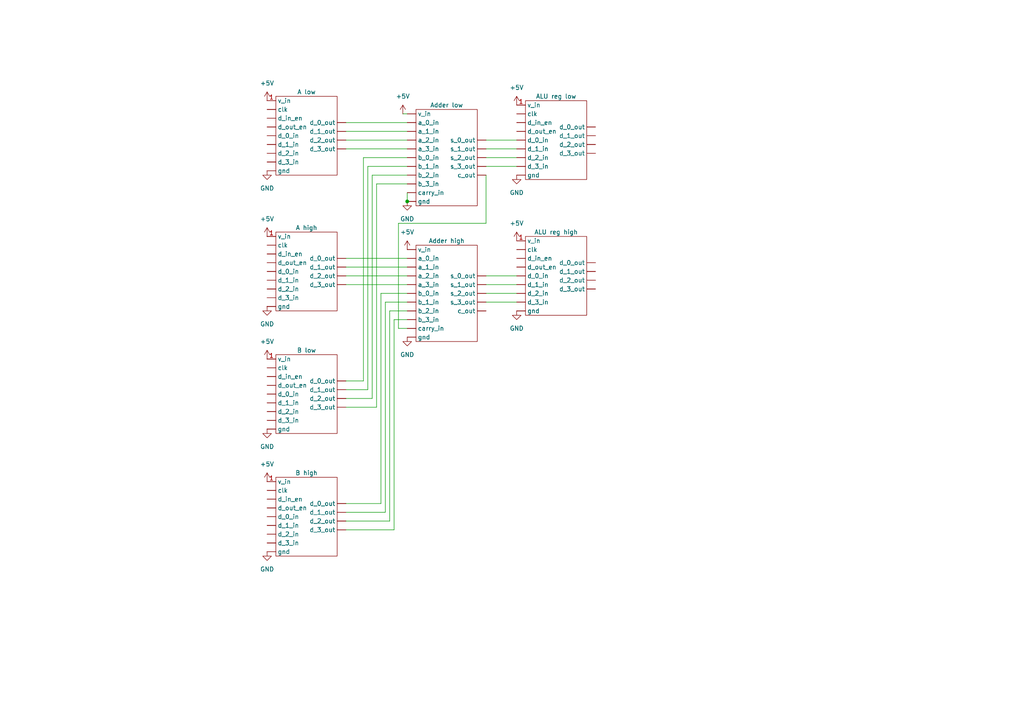
<source format=kicad_sch>
(kicad_sch (version 20250114) (generator "eeschema") (generator_version "9.0")
  (paper "A4")
  (lib_symbols
    (symbol "4_bit_adder_1"
      (property "Reference" "U" (at -0.254 16.764 0))
      (symbol "4_bit_adder_1_0_1"
        (rectangle (start -8.89 13.97) (end 8.89 -13.97))
      )
      (symbol "4_bit_adder_1_1_1"
        (pin input line (at -11.43 12.7 0) (length 2.54) (name "v_in") (number ""))
        (pin input line (at -11.43 10.16 0) (length 2.54) (name "a_0_in") (number ""))
        (pin input line (at -11.43 7.62 0) (length 2.54) (name "a_1_in") (number ""))
        (pin input line (at -11.43 5.08 0) (length 2.54) (name "a_2_in") (number ""))
        (pin input line (at -11.43 2.54 0) (length 2.54) (name "a_3_in") (number ""))
        (pin input line (at -11.43 0 0) (length 2.54) (name "b_0_in") (number ""))
        (pin input line (at -11.43 -2.54 0) (length 2.54) (name "b_1_in") (number ""))
        (pin input line (at -11.43 -5.08 0) (length 2.54) (name "b_2_in") (number ""))
        (pin input line (at -11.43 -7.62 0) (length 2.54) (name "b_3_in") (number ""))
        (pin input line (at -11.43 -10.16 0) (length 2.54) (name "carry_in") (number ""))
        (pin input line (at -11.43 -12.7 0) (length 2.54) (name "gnd") (number ""))
        (pin output line (at 11.43 5.08 180) (length 2.54) (name "s_0_out") (number ""))
        (pin output line (at 11.43 2.54 180) (length 2.54) (name "s_1_out") (number ""))
        (pin output line (at 11.43 0 180) (length 2.54) (name "s_2_out") (number ""))
        (pin output line (at 11.43 -2.54 180) (length 2.54) (name "s_3_out") (number ""))
        (pin output line (at 11.43 -5.08 180) (length 2.54) (name "c_out") (number ""))
      )
    )
    (symbol "4_bit_register_1"
      (property "Reference" "U" (at 0 13.716 0))
      (symbol "4_bit_register_1_0_1"
        (rectangle (start -8.89 11.43) (end 8.89 -11.43))
      )
      (symbol "4_bit_register_1_1_1"
        (pin input line (at -11.43 10.16 0) (length 2.54) (name "v_in") (number "1"))
        (pin input line (at -11.43 7.62 0) (length 2.54) (name "clk") (number ""))
        (pin input line (at -11.43 5.08 0) (length 2.54) (name "d_in_en") (number ""))
        (pin input line (at -11.43 2.54 0) (length 2.54) (name "d_out_en") (number ""))
        (pin input line (at -11.43 0 0) (length 2.54) (name "d_0_in") (number ""))
        (pin input line (at -11.43 -2.54 0) (length 2.54) (name "d_1_in") (number ""))
        (pin input line (at -11.43 -5.08 0) (length 2.54) (name "d_2_in") (number ""))
        (pin input line (at -11.43 -7.62 0) (length 2.54) (name "d_3_in") (number ""))
        (pin input line (at -11.43 -10.16 0) (length 2.54) (name "gnd") (number ""))
        (pin output line (at 11.43 3.81 180) (length 2.54) (name "d_0_out") (number ""))
        (pin output line (at 11.43 1.27 180) (length 2.54) (name "d_1_out") (number ""))
        (pin output line (at 11.43 -1.27 180) (length 2.54) (name "d_2_out") (number ""))
        (pin output line (at 11.43 -3.81 180) (length 2.54) (name "d_3_out") (number ""))
      )
    )
    (symbol "4_bit_register_2"
      (property "Reference" "U" (at 0 13.716 0))
      (symbol "4_bit_register_2_0_1"
        (rectangle (start -8.89 11.43) (end 8.89 -11.43))
      )
      (symbol "4_bit_register_2_1_1"
        (pin input line (at -11.43 10.16 0) (length 2.54) (name "v_in") (number "1"))
        (pin input line (at -11.43 7.62 0) (length 2.54) (name "clk") (number ""))
        (pin input line (at -11.43 5.08 0) (length 2.54) (name "d_in_en") (number ""))
        (pin input line (at -11.43 2.54 0) (length 2.54) (name "d_out_en") (number ""))
        (pin input line (at -11.43 0 0) (length 2.54) (name "d_0_in") (number ""))
        (pin input line (at -11.43 -2.54 0) (length 2.54) (name "d_1_in") (number ""))
        (pin input line (at -11.43 -5.08 0) (length 2.54) (name "d_2_in") (number ""))
        (pin input line (at -11.43 -7.62 0) (length 2.54) (name "d_3_in") (number ""))
        (pin input line (at -11.43 -10.16 0) (length 2.54) (name "gnd") (number ""))
        (pin output line (at 11.43 3.81 180) (length 2.54) (name "d_0_out") (number ""))
        (pin output line (at 11.43 1.27 180) (length 2.54) (name "d_1_out") (number ""))
        (pin output line (at 11.43 -1.27 180) (length 2.54) (name "d_2_out") (number ""))
        (pin output line (at 11.43 -3.81 180) (length 2.54) (name "d_3_out") (number ""))
      )
    )
    (symbol "4_bit_register_3"
      (property "Reference" "U" (at 0 13.716 0))
      (symbol "4_bit_register_3_0_1"
        (rectangle (start -8.89 11.43) (end 8.89 -11.43))
      )
      (symbol "4_bit_register_3_1_1"
        (pin input line (at -11.43 10.16 0) (length 2.54) (name "v_in") (number "1"))
        (pin input line (at -11.43 7.62 0) (length 2.54) (name "clk") (number ""))
        (pin input line (at -11.43 5.08 0) (length 2.54) (name "d_in_en") (number ""))
        (pin input line (at -11.43 2.54 0) (length 2.54) (name "d_out_en") (number ""))
        (pin input line (at -11.43 0 0) (length 2.54) (name "d_0_in") (number ""))
        (pin input line (at -11.43 -2.54 0) (length 2.54) (name "d_1_in") (number ""))
        (pin input line (at -11.43 -5.08 0) (length 2.54) (name "d_2_in") (number ""))
        (pin input line (at -11.43 -7.62 0) (length 2.54) (name "d_3_in") (number ""))
        (pin input line (at -11.43 -10.16 0) (length 2.54) (name "gnd") (number ""))
        (pin output line (at 11.43 3.81 180) (length 2.54) (name "d_0_out") (number ""))
        (pin output line (at 11.43 1.27 180) (length 2.54) (name "d_1_out") (number ""))
        (pin output line (at 11.43 -1.27 180) (length 2.54) (name "d_2_out") (number ""))
        (pin output line (at 11.43 -3.81 180) (length 2.54) (name "d_3_out") (number ""))
      )
    )
    (symbol "4_bit_register_4"
      (property "Reference" "U" (at 0 13.716 0))
      (symbol "4_bit_register_4_0_1"
        (rectangle (start -8.89 11.43) (end 8.89 -11.43))
      )
      (symbol "4_bit_register_4_1_1"
        (pin input line (at -11.43 10.16 0) (length 2.54) (name "v_in") (number "1"))
        (pin input line (at -11.43 7.62 0) (length 2.54) (name "clk") (number ""))
        (pin input line (at -11.43 5.08 0) (length 2.54) (name "d_in_en") (number ""))
        (pin input line (at -11.43 2.54 0) (length 2.54) (name "d_out_en") (number ""))
        (pin input line (at -11.43 0 0) (length 2.54) (name "d_0_in") (number ""))
        (pin input line (at -11.43 -2.54 0) (length 2.54) (name "d_1_in") (number ""))
        (pin input line (at -11.43 -5.08 0) (length 2.54) (name "d_2_in") (number ""))
        (pin input line (at -11.43 -7.62 0) (length 2.54) (name "d_3_in") (number ""))
        (pin input line (at -11.43 -10.16 0) (length 2.54) (name "gnd") (number ""))
        (pin output line (at 11.43 3.81 180) (length 2.54) (name "d_0_out") (number ""))
        (pin output line (at 11.43 1.27 180) (length 2.54) (name "d_1_out") (number ""))
        (pin output line (at 11.43 -1.27 180) (length 2.54) (name "d_2_out") (number ""))
        (pin output line (at 11.43 -3.81 180) (length 2.54) (name "d_3_out") (number ""))
      )
    )
    (symbol "4_bit_register_5"
      (property "Reference" "U" (at 0 13.716 0))
      (symbol "4_bit_register_5_0_1"
        (rectangle (start -8.89 11.43) (end 8.89 -11.43))
      )
      (symbol "4_bit_register_5_1_1"
        (pin input line (at -11.43 10.16 0) (length 2.54) (name "v_in") (number "1"))
        (pin input line (at -11.43 7.62 0) (length 2.54) (name "clk") (number ""))
        (pin input line (at -11.43 5.08 0) (length 2.54) (name "d_in_en") (number ""))
        (pin input line (at -11.43 2.54 0) (length 2.54) (name "d_out_en") (number ""))
        (pin input line (at -11.43 0 0) (length 2.54) (name "d_0_in") (number ""))
        (pin input line (at -11.43 -2.54 0) (length 2.54) (name "d_1_in") (number ""))
        (pin input line (at -11.43 -5.08 0) (length 2.54) (name "d_2_in") (number ""))
        (pin input line (at -11.43 -7.62 0) (length 2.54) (name "d_3_in") (number ""))
        (pin input line (at -11.43 -10.16 0) (length 2.54) (name "gnd") (number ""))
        (pin output line (at 11.43 3.81 180) (length 2.54) (name "d_0_out") (number ""))
        (pin output line (at 11.43 1.27 180) (length 2.54) (name "d_1_out") (number ""))
        (pin output line (at 11.43 -1.27 180) (length 2.54) (name "d_2_out") (number ""))
        (pin output line (at 11.43 -3.81 180) (length 2.54) (name "d_3_out") (number ""))
      )
    )
    (symbol "6502_clone:4_bit_adder"
      (property "Reference" "U" (at -0.254 16.764 0))
      (symbol "4_bit_adder_0_1"
        (rectangle (start -8.89 13.97) (end 8.89 -13.97))
      )
      (symbol "4_bit_adder_1_1"
        (pin input line (at -11.43 12.7 0) (length 2.54) (name "v_in") (number ""))
        (pin input line (at -11.43 10.16 0) (length 2.54) (name "a_0_in") (number ""))
        (pin input line (at -11.43 7.62 0) (length 2.54) (name "a_1_in") (number ""))
        (pin input line (at -11.43 5.08 0) (length 2.54) (name "a_2_in") (number ""))
        (pin input line (at -11.43 2.54 0) (length 2.54) (name "a_3_in") (number ""))
        (pin input line (at -11.43 0 0) (length 2.54) (name "b_0_in") (number ""))
        (pin input line (at -11.43 -2.54 0) (length 2.54) (name "b_1_in") (number ""))
        (pin input line (at -11.43 -5.08 0) (length 2.54) (name "b_2_in") (number ""))
        (pin input line (at -11.43 -7.62 0) (length 2.54) (name "b_3_in") (number ""))
        (pin input line (at -11.43 -10.16 0) (length 2.54) (name "carry_in") (number ""))
        (pin input line (at -11.43 -12.7 0) (length 2.54) (name "gnd") (number ""))
        (pin output line (at 11.43 5.08 180) (length 2.54) (name "s_0_out") (number ""))
        (pin output line (at 11.43 2.54 180) (length 2.54) (name "s_1_out") (number ""))
        (pin output line (at 11.43 0 180) (length 2.54) (name "s_2_out") (number ""))
        (pin output line (at 11.43 -2.54 180) (length 2.54) (name "s_3_out") (number ""))
        (pin output line (at 11.43 -5.08 180) (length 2.54) (name "c_out") (number ""))
      )
    )
    (symbol "6502_clone:4_bit_register"
      (property "Reference" "U" (at 0 13.716 0))
      (symbol "4_bit_register_0_1"
        (rectangle (start -8.89 11.43) (end 8.89 -11.43))
      )
      (symbol "4_bit_register_1_1"
        (pin input line (at -11.43 10.16 0) (length 2.54) (name "v_in") (number "1"))
        (pin input line (at -11.43 7.62 0) (length 2.54) (name "clk") (number ""))
        (pin input line (at -11.43 5.08 0) (length 2.54) (name "d_in_en") (number ""))
        (pin input line (at -11.43 2.54 0) (length 2.54) (name "d_out_en") (number ""))
        (pin input line (at -11.43 0 0) (length 2.54) (name "d_0_in") (number ""))
        (pin input line (at -11.43 -2.54 0) (length 2.54) (name "d_1_in") (number ""))
        (pin input line (at -11.43 -5.08 0) (length 2.54) (name "d_2_in") (number ""))
        (pin input line (at -11.43 -7.62 0) (length 2.54) (name "d_3_in") (number ""))
        (pin input line (at -11.43 -10.16 0) (length 2.54) (name "gnd") (number ""))
        (pin output line (at 11.43 3.81 180) (length 2.54) (name "d_0_out") (number ""))
        (pin output line (at 11.43 1.27 180) (length 2.54) (name "d_1_out") (number ""))
        (pin output line (at 11.43 -1.27 180) (length 2.54) (name "d_2_out") (number ""))
        (pin output line (at 11.43 -3.81 180) (length 2.54) (name "d_3_out") (number ""))
      )
    )
    (symbol "power:+5V" (power) (pin_numbers (hide yes)) (pin_names (offset 0) (hide yes))
      (property "Value" "+5V" (at 0 3.556 0))
      (symbol "+5V_0_1"
        (polyline (pts (xy -0.762 1.27) (xy 0 2.54)))
        (polyline (pts (xy 0 2.54) (xy 0.762 1.27)))
        (polyline (pts (xy 0 0) (xy 0 2.54)))
      )
      (symbol "+5V_1_1"
        (pin power_in line (at 0 0 90) (length 0) (name "~") (number "1"))
      )
    )
    (symbol "power:GND" (power) (pin_numbers (hide yes)) (pin_names (offset 0) (hide yes))
      (property "Value" "GND" (at 0 -3.81 0))
      (symbol "GND_0_1"
        (polyline (pts (xy 0 0) (xy 0 -1.27) (xy 1.27 -1.27) (xy 0 -2.54) (xy -1.27 -1.27) (xy 0 -1.27)))
      )
      (symbol "GND_1_1"
        (pin power_in line (at 0 0 270) (length 0) (name "~") (number "1"))
      )
    )
  )
  (junction (at 118.11 58.42))
  (wire (pts (xy 105.41 45.72) (xy 118.11 45.72)))
  (wire (pts (xy 110.49 85.09) (xy 118.11 85.09)))
  (wire (pts (xy 118.11 92.71) (xy 114.3 92.71)))
  (wire (pts (xy 107.95 115.57) (xy 107.95 50.8)))
  (wire (pts (xy 105.41 110.49) (xy 105.41 45.72)))
  (wire (pts (xy 140.97 80.01) (xy 149.86 80.01)))
  (wire (pts (xy 100.33 80.01) (xy 118.11 80.01)))
  (wire (pts (xy 107.95 50.8) (xy 118.11 50.8)))
  (wire (pts (xy 113.03 151.13) (xy 113.03 90.17)))
  (wire (pts (xy 109.22 118.11) (xy 109.22 53.34)))
  (wire (pts (xy 113.03 90.17) (xy 118.11 90.17)))
  (wire (pts (xy 118.11 55.88) (xy 118.11 58.42)))
  (wire (pts (xy 100.33 115.57) (xy 107.95 115.57)))
  (wire (pts (xy 118.11 33.02) (xy 116.84 33.02)))
  (wire (pts (xy 115.57 64.77) (xy 115.57 95.25)))
  (wire (pts (xy 100.33 148.59) (xy 111.76 148.59)))
  (wire (pts (xy 100.33 151.13) (xy 113.03 151.13)))
  (wire (pts (xy 140.97 87.63) (xy 149.86 87.63)))
  (wire (pts (xy 111.76 148.59) (xy 111.76 87.63)))
  (wire (pts (xy 140.97 40.64) (xy 149.86 40.64)))
  (wire (pts (xy 106.68 113.03) (xy 106.68 48.26)))
  (wire (pts (xy 140.97 50.8) (xy 140.97 64.77)))
  (wire (pts (xy 140.97 45.72) (xy 149.86 45.72)))
  (wire (pts (xy 115.57 95.25) (xy 118.11 95.25)))
  (wire (pts (xy 111.76 87.63) (xy 118.11 87.63)))
  (wire (pts (xy 114.3 153.67) (xy 100.33 153.67)))
  (wire (pts (xy 100.33 77.47) (xy 118.11 77.47)))
  (wire (pts (xy 100.33 43.18) (xy 118.11 43.18)))
  (wire (pts (xy 100.33 113.03) (xy 106.68 113.03)))
  (wire (pts (xy 106.68 48.26) (xy 118.11 48.26)))
  (wire (pts (xy 140.97 64.77) (xy 115.57 64.77)))
  (wire (pts (xy 100.33 40.64) (xy 118.11 40.64)))
  (wire (pts (xy 110.49 146.05) (xy 110.49 85.09)))
  (wire (pts (xy 114.3 92.71) (xy 114.3 153.67)))
  (wire (pts (xy 140.97 85.09) (xy 149.86 85.09)))
  (wire (pts (xy 100.33 74.93) (xy 118.11 74.93)))
  (wire (pts (xy 100.33 146.05) (xy 110.49 146.05)))
  (wire (pts (xy 100.33 35.56) (xy 118.11 35.56)))
  (wire (pts (xy 100.33 82.55) (xy 118.11 82.55)))
  (wire (pts (xy 100.33 110.49) (xy 105.41 110.49)))
  (wire (pts (xy 140.97 48.26) (xy 149.86 48.26)))
  (wire (pts (xy 140.97 43.18) (xy 149.86 43.18)))
  (wire (pts (xy 109.22 53.34) (xy 118.11 53.34)))
  (wire (pts (xy 140.97 82.55) (xy 149.86 82.55)))
  (wire (pts (xy 100.33 38.1) (xy 118.11 38.1)))
  (wire (pts (xy 100.33 118.11) (xy 109.22 118.11)))
  (symbol (lib_name "4_bit_register_2") (lib_id "6502_clone:4_bit_register") (at 88.9 149.86 0) (unit 1)
    (property "Reference" "U6" (effects (hide yes)))
    (property "Value" "B high" (at 88.9 137.16 0))
  )
  (symbol (lib_name "4_bit_register_5") (lib_id "6502_clone:4_bit_register") (at 161.29 40.64 0) (unit 1)
    (property "Reference" "U7" (effects (hide yes)))
    (property "Value" "ALU reg low" (at 161.29 27.94 0))
  )
  (symbol (lib_id "power:+5V") (at 149.86 69.85 0) (unit 1)
    (property "Reference" "#PWR015" (effects (hide yes)))
    (property "Value" "+5V" (at 149.86 64.77 0))
    (property "Description" "Power symbol creates a global label with name \"+5V\"" (effects (hide yes)))
  )
  (symbol (lib_name "4_bit_register_4") (lib_id "6502_clone:4_bit_register") (at 161.29 80.01 0) (unit 1)
    (property "Reference" "U8" (effects (hide yes)))
    (property "Value" "ALU reg high" (at 161.29 67.31 0))
  )
  (symbol (lib_id "power:+5V") (at 116.84 33.02 0) (unit 1)
    (property "Reference" "#PWR05" (effects (hide yes)))
    (property "Value" "+5V" (at 116.84 27.94 0))
    (property "Description" "Power symbol creates a global label with name \"+5V\"" (effects (hide yes)))
  )
  (symbol (lib_id "power:GND") (at 77.47 160.02 0) (unit 1)
    (property "Reference" "#PWR012" (effects (hide yes)))
    (property "Value" "GND" (at 77.47 165.1 0))
    (property "Description" "Power symbol creates a global label with name \"GND\" , ground" (effects (hide yes)))
  )
  (symbol (lib_id "6502_clone:4_bit_register") (at 88.9 39.37 0) (unit 1)
    (property "Reference" "U1" (effects (hide yes)))
    (property "Value" "A low" (at 88.9 26.67 0))
  )
  (symbol (lib_id "power:GND") (at 77.47 49.53 0) (unit 1)
    (property "Reference" "#PWR02" (effects (hide yes)))
    (property "Value" "GND" (at 77.47 54.61 0))
    (property "Description" "Power symbol creates a global label with name \"GND\" , ground" (effects (hide yes)))
  )
  (symbol (lib_id "power:+5V") (at 77.47 139.7 0) (unit 1)
    (property "Reference" "#PWR011" (effects (hide yes)))
    (property "Value" "+5V" (at 77.47 134.62 0))
    (property "Description" "Power symbol creates a global label with name \"+5V\"" (effects (hide yes)))
  )
  (symbol (lib_id "power:GND") (at 77.47 88.9 0) (unit 1)
    (property "Reference" "#PWR04" (effects (hide yes)))
    (property "Value" "GND" (at 77.47 93.98 0))
    (property "Description" "Power symbol creates a global label with name \"GND\" , ground" (effects (hide yes)))
  )
  (symbol (lib_id "power:GND") (at 149.86 50.8 0) (unit 1)
    (property "Reference" "#PWR013" (effects (hide yes)))
    (property "Value" "GND" (at 149.86 55.88 0))
    (property "Description" "Power symbol creates a global label with name \"GND\" , ground" (effects (hide yes)))
  )
  (symbol (lib_id "power:GND") (at 118.11 58.42 0) (unit 1)
    (property "Reference" "#PWR06" (effects (hide yes)))
    (property "Value" "GND" (at 118.11 63.5 0))
    (property "Description" "Power symbol creates a global label with name \"GND\" , ground" (effects (hide yes)))
  )
  (symbol (lib_id "power:GND") (at 118.11 97.79 0) (unit 1)
    (property "Reference" "#PWR08" (effects (hide yes)))
    (property "Value" "GND" (at 118.11 102.87 0))
    (property "Description" "Power symbol creates a global label with name \"GND\" , ground" (effects (hide yes)))
  )
  (symbol (lib_id "power:GND") (at 149.86 90.17 0) (unit 1)
    (property "Reference" "#PWR014" (effects (hide yes)))
    (property "Value" "GND" (at 149.86 95.25 0))
    (property "Description" "Power symbol creates a global label with name \"GND\" , ground" (effects (hide yes)))
  )
  (symbol (lib_id "power:+5V") (at 77.47 29.21 0) (unit 1)
    (property "Reference" "#PWR01" (effects (hide yes)))
    (property "Value" "+5V" (at 77.47 24.13 0))
    (property "Description" "Power symbol creates a global label with name \"+5V\"" (effects (hide yes)))
  )
  (symbol (lib_id "power:+5V") (at 149.86 30.48 0) (unit 1)
    (property "Reference" "#PWR016" (effects (hide yes)))
    (property "Value" "+5V" (at 149.86 25.4 0))
    (property "Description" "Power symbol creates a global label with name \"+5V\"" (effects (hide yes)))
  )
  (symbol (lib_id "power:GND") (at 77.47 124.46 0) (unit 1)
    (property "Reference" "#PWR010" (effects (hide yes)))
    (property "Value" "GND" (at 77.47 129.54 0))
    (property "Description" "Power symbol creates a global label with name \"GND\" , ground" (effects (hide yes)))
  )
  (symbol (lib_name "4_bit_adder_1") (lib_id "6502_clone:4_bit_adder") (at 129.54 85.09 0) (unit 1)
    (property "Reference" "U4" (effects (hide yes)))
    (property "Value" "Adder high" (at 129.54 69.85 0))
  )
  (symbol (lib_name "4_bit_register_3") (lib_id "6502_clone:4_bit_register") (at 88.9 114.3 0) (unit 1)
    (property "Reference" "U5" (effects (hide yes)))
    (property "Value" "B low" (at 88.9 101.6 0))
  )
  (symbol (lib_id "power:+5V") (at 77.47 68.58 0) (unit 1)
    (property "Reference" "#PWR03" (effects (hide yes)))
    (property "Value" "+5V" (at 77.47 63.5 0))
    (property "Description" "Power symbol creates a global label with name \"+5V\"" (effects (hide yes)))
  )
  (symbol (lib_id "power:+5V") (at 118.11 72.39 0) (unit 1)
    (property "Reference" "#PWR07" (effects (hide yes)))
    (property "Value" "+5V" (at 118.11 67.31 0))
    (property "Description" "Power symbol creates a global label with name \"+5V\"" (effects (hide yes)))
  )
  (symbol (lib_id "power:+5V") (at 77.47 104.14 0) (unit 1)
    (property "Reference" "#PWR09" (effects (hide yes)))
    (property "Value" "+5V" (at 77.47 99.06 0))
    (property "Description" "Power symbol creates a global label with name \"+5V\"" (effects (hide yes)))
  )
  (symbol (lib_name "4_bit_register_1") (lib_id "6502_clone:4_bit_register") (at 88.9 78.74 0) (unit 1)
    (property "Reference" "U2" (effects (hide yes)))
    (property "Value" "A high" (at 88.9 66.04 0))
  )
  (symbol (lib_id "6502_clone:4_bit_adder") (at 129.54 45.72 0) (unit 1)
    (property "Reference" "U3" (effects (hide yes)))
    (property "Value" "Adder low" (at 129.54 30.48 0))
  )
)
</source>
